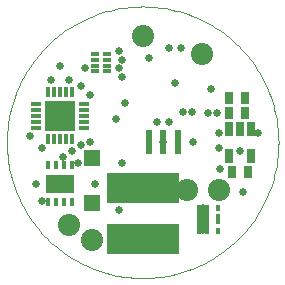
<source format=gbr>
G04 EAGLE Gerber RS-274X export*
G75*
%MOMM*%
%FSLAX35Y35*%
%LPD*%
%INsolder_mask_bottom*%
%IPPOS*%
%AMOC8*
5,1,8,0,0,1.08239X$1,22.5*%
G01*
%ADD10C,0.010000*%
%ADD11R,0.776200X0.976200*%
%ADD12R,1.476200X1.476200*%
%ADD13R,0.476200X2.076200*%
%ADD14R,2.576200X2.576200*%
%ADD15R,0.376200X0.826200*%
%ADD16R,0.826200X0.376200*%
%ADD17R,2.476200X1.576200*%
%ADD18R,0.426200X0.726200*%
%ADD19R,6.076200X2.576200*%
%ADD20C,1.876200*%
%ADD21R,0.676200X1.276200*%
%ADD22R,1.026200X1.576200*%
%ADD23R,0.376200X0.526200*%
%ADD24R,0.306200X0.946200*%
%ADD25R,0.726200X0.376200*%
%ADD26C,0.629400*%


D10*
X-1150000Y0D02*
X-1149654Y28222D01*
X-1148615Y56428D01*
X-1146884Y84599D01*
X-1144462Y112720D01*
X-1141351Y140772D01*
X-1137553Y168740D01*
X-1133069Y196606D01*
X-1127903Y224354D01*
X-1122057Y251966D01*
X-1115536Y279427D01*
X-1108342Y306720D01*
X-1100481Y333827D01*
X-1091957Y360734D01*
X-1082776Y387423D01*
X-1072942Y413879D01*
X-1062461Y440086D01*
X-1051341Y466028D01*
X-1039588Y491688D01*
X-1027208Y517053D01*
X-1014209Y542106D01*
X-1000600Y566833D01*
X-986388Y591218D01*
X-971582Y615247D01*
X-956190Y638906D01*
X-940223Y662179D01*
X-923689Y685054D01*
X-906598Y707516D01*
X-888962Y729552D01*
X-870790Y751149D01*
X-852094Y772293D01*
X-832884Y792972D01*
X-813173Y813173D01*
X-792972Y832884D01*
X-772293Y852094D01*
X-751149Y870790D01*
X-729552Y888962D01*
X-707516Y906598D01*
X-685054Y923689D01*
X-662179Y940223D01*
X-638906Y956190D01*
X-615247Y971582D01*
X-591218Y986388D01*
X-566833Y1000600D01*
X-542106Y1014209D01*
X-517053Y1027208D01*
X-491688Y1039588D01*
X-466028Y1051341D01*
X-440086Y1062461D01*
X-413879Y1072942D01*
X-387423Y1082776D01*
X-360734Y1091957D01*
X-333827Y1100481D01*
X-306720Y1108342D01*
X-279427Y1115536D01*
X-251966Y1122057D01*
X-224354Y1127903D01*
X-196606Y1133069D01*
X-168740Y1137553D01*
X-140772Y1141351D01*
X-112720Y1144462D01*
X-84599Y1146884D01*
X-56428Y1148615D01*
X-28222Y1149654D01*
X0Y1150000D01*
X28222Y1149654D01*
X56428Y1148615D01*
X84599Y1146884D01*
X112720Y1144462D01*
X140772Y1141351D01*
X168740Y1137553D01*
X196606Y1133069D01*
X224354Y1127903D01*
X251966Y1122057D01*
X279427Y1115536D01*
X306720Y1108342D01*
X333827Y1100481D01*
X360734Y1091957D01*
X387423Y1082776D01*
X413879Y1072942D01*
X440086Y1062461D01*
X466028Y1051341D01*
X491688Y1039588D01*
X517053Y1027208D01*
X542106Y1014209D01*
X566833Y1000600D01*
X591218Y986388D01*
X615247Y971582D01*
X638906Y956190D01*
X662179Y940223D01*
X685054Y923689D01*
X707516Y906598D01*
X729552Y888962D01*
X751149Y870790D01*
X772293Y852094D01*
X792972Y832884D01*
X813173Y813173D01*
X832884Y792972D01*
X852094Y772293D01*
X870790Y751149D01*
X888962Y729552D01*
X906598Y707516D01*
X923689Y685054D01*
X940223Y662179D01*
X956190Y638906D01*
X971582Y615247D01*
X986388Y591218D01*
X1000600Y566833D01*
X1014209Y542106D01*
X1027208Y517053D01*
X1039588Y491688D01*
X1051341Y466028D01*
X1062461Y440086D01*
X1072942Y413879D01*
X1082776Y387423D01*
X1091957Y360734D01*
X1100481Y333827D01*
X1108342Y306720D01*
X1115536Y279427D01*
X1122057Y251966D01*
X1127903Y224354D01*
X1133069Y196606D01*
X1137553Y168740D01*
X1141351Y140772D01*
X1144462Y112720D01*
X1146884Y84599D01*
X1148615Y56428D01*
X1149654Y28222D01*
X1150000Y0D01*
X1149654Y-28222D01*
X1148615Y-56428D01*
X1146884Y-84599D01*
X1144462Y-112720D01*
X1141351Y-140772D01*
X1137553Y-168740D01*
X1133069Y-196606D01*
X1127903Y-224354D01*
X1122057Y-251966D01*
X1115536Y-279427D01*
X1108342Y-306720D01*
X1100481Y-333827D01*
X1091957Y-360734D01*
X1082776Y-387423D01*
X1072942Y-413879D01*
X1062461Y-440086D01*
X1051341Y-466028D01*
X1039588Y-491688D01*
X1027208Y-517053D01*
X1014209Y-542106D01*
X1000600Y-566833D01*
X986388Y-591218D01*
X971582Y-615247D01*
X956190Y-638906D01*
X940223Y-662179D01*
X923689Y-685054D01*
X906598Y-707516D01*
X888962Y-729552D01*
X870790Y-751149D01*
X852094Y-772293D01*
X832884Y-792972D01*
X813173Y-813173D01*
X792972Y-832884D01*
X772293Y-852094D01*
X751149Y-870790D01*
X729552Y-888962D01*
X707516Y-906598D01*
X685054Y-923689D01*
X662179Y-940223D01*
X638906Y-956190D01*
X615247Y-971582D01*
X591218Y-986388D01*
X566833Y-1000600D01*
X542106Y-1014209D01*
X517053Y-1027208D01*
X491688Y-1039588D01*
X466028Y-1051341D01*
X440086Y-1062461D01*
X413879Y-1072942D01*
X387423Y-1082776D01*
X360734Y-1091957D01*
X333827Y-1100481D01*
X306720Y-1108342D01*
X279427Y-1115536D01*
X251966Y-1122057D01*
X224354Y-1127903D01*
X196606Y-1133069D01*
X168740Y-1137553D01*
X140772Y-1141351D01*
X112720Y-1144462D01*
X84599Y-1146884D01*
X56428Y-1148615D01*
X28222Y-1149654D01*
X0Y-1150000D01*
X-28222Y-1149654D01*
X-56428Y-1148615D01*
X-84599Y-1146884D01*
X-112720Y-1144462D01*
X-140772Y-1141351D01*
X-168740Y-1137553D01*
X-196606Y-1133069D01*
X-224354Y-1127903D01*
X-251966Y-1122057D01*
X-279427Y-1115536D01*
X-306720Y-1108342D01*
X-333827Y-1100481D01*
X-360734Y-1091957D01*
X-387423Y-1082776D01*
X-413879Y-1072942D01*
X-440086Y-1062461D01*
X-466028Y-1051341D01*
X-491688Y-1039588D01*
X-517053Y-1027208D01*
X-542106Y-1014209D01*
X-566833Y-1000600D01*
X-591218Y-986388D01*
X-615247Y-971582D01*
X-638906Y-956190D01*
X-662179Y-940223D01*
X-685054Y-923689D01*
X-707516Y-906598D01*
X-729552Y-888962D01*
X-751149Y-870790D01*
X-772293Y-852094D01*
X-792972Y-832884D01*
X-813173Y-813173D01*
X-832884Y-792972D01*
X-852094Y-772293D01*
X-870790Y-751149D01*
X-888962Y-729552D01*
X-906598Y-707516D01*
X-923689Y-685054D01*
X-940223Y-662179D01*
X-956190Y-638906D01*
X-971582Y-615247D01*
X-986388Y-591218D01*
X-1000600Y-566833D01*
X-1014209Y-542106D01*
X-1027208Y-517053D01*
X-1039588Y-491688D01*
X-1051341Y-466028D01*
X-1062461Y-440086D01*
X-1072942Y-413879D01*
X-1082776Y-387423D01*
X-1091957Y-360734D01*
X-1100481Y-333827D01*
X-1108342Y-306720D01*
X-1115536Y-279427D01*
X-1122057Y-251966D01*
X-1127903Y-224354D01*
X-1133069Y-196606D01*
X-1137553Y-168740D01*
X-1141351Y-140772D01*
X-1144462Y-112720D01*
X-1146884Y-84599D01*
X-1148615Y-56428D01*
X-1149654Y-28222D01*
X-1150000Y0D01*
D11*
X735000Y375000D03*
X865000Y375000D03*
D12*
X-425000Y-135000D03*
X-425000Y-515000D03*
D13*
X295000Y0D03*
X175000Y0D03*
X55000Y0D03*
D14*
X-700000Y225000D03*
D15*
X-800000Y25000D03*
X-750000Y25000D03*
X-700000Y25000D03*
X-650000Y25000D03*
X-600000Y25000D03*
X-600000Y425000D03*
X-650000Y425000D03*
X-700000Y425000D03*
X-750000Y425000D03*
X-800000Y425000D03*
D16*
X-500000Y325000D03*
X-500000Y275000D03*
X-500000Y225000D03*
X-500000Y175000D03*
X-500000Y125000D03*
X-900000Y125000D03*
X-900000Y175000D03*
X-900000Y225000D03*
X-900000Y275000D03*
X-900000Y325000D03*
D17*
X-700000Y-350000D03*
D18*
X-797500Y-195000D03*
X-732500Y-195000D03*
X-667500Y-195000D03*
X-602500Y-195000D03*
X-797500Y-505000D03*
X-732500Y-505000D03*
X-667500Y-505000D03*
X-602500Y-505000D03*
D19*
X0Y-817500D03*
X0Y-387500D03*
D20*
X0Y900000D03*
X-625000Y-700000D03*
X-425000Y-825000D03*
X500000Y750000D03*
X650000Y-400000D03*
X375000Y-400000D03*
D11*
X735000Y250000D03*
X865000Y250000D03*
X890000Y-250000D03*
X760000Y-250000D03*
D21*
X825000Y115000D03*
X730000Y115000D03*
X920000Y115000D03*
X920000Y-115000D03*
X730000Y-115000D03*
D22*
X510000Y-650000D03*
D23*
X477500Y-747500D03*
X542500Y-747500D03*
X477500Y-552500D03*
X542500Y-552500D03*
X638000Y-747500D03*
X638000Y-552500D03*
D24*
X641500Y-650000D03*
D25*
X-400000Y600000D03*
X-400000Y650000D03*
X-400000Y700000D03*
X-400000Y750000D03*
X-300000Y750000D03*
X-300000Y700000D03*
X-300000Y650000D03*
X-300000Y600000D03*
D26*
X50000Y713000D03*
X-700000Y650000D03*
X175000Y0D03*
X-900000Y-350000D03*
X-148000Y336000D03*
X275000Y500000D03*
X-700000Y225000D03*
X825000Y-75000D03*
X575000Y450000D03*
X-950000Y50000D03*
X425000Y0D03*
X225000Y800000D03*
X-175000Y-175000D03*
X650000Y75000D03*
X-675000Y-125000D03*
X-625000Y525000D03*
X655000Y-225000D03*
X-525000Y-25000D03*
X-200000Y775000D03*
X-550000Y-175000D03*
X-850000Y-50000D03*
X510000Y-650000D03*
X510000Y-740000D03*
X510000Y-560000D03*
X250000Y-750000D03*
X250000Y-900000D03*
X0Y-900000D03*
X0Y-750000D03*
X-250000Y-750000D03*
X-250000Y-900000D03*
X850000Y-420000D03*
X417000Y260000D03*
X-450000Y400000D03*
X340000Y259000D03*
X-775000Y525000D03*
X225000Y175000D03*
X125000Y175000D03*
X325000Y800000D03*
X-850000Y-500000D03*
X-400000Y-350000D03*
X-175000Y550000D03*
X975000Y75000D03*
X650000Y-50000D03*
X625000Y250000D03*
X550000Y250000D03*
X-600000Y-75000D03*
X-200000Y-575000D03*
X-200000Y625000D03*
X-175000Y700000D03*
X-485000Y625000D03*
X-225000Y200000D03*
X-525000Y475000D03*
X-450000Y0D03*
M02*

</source>
